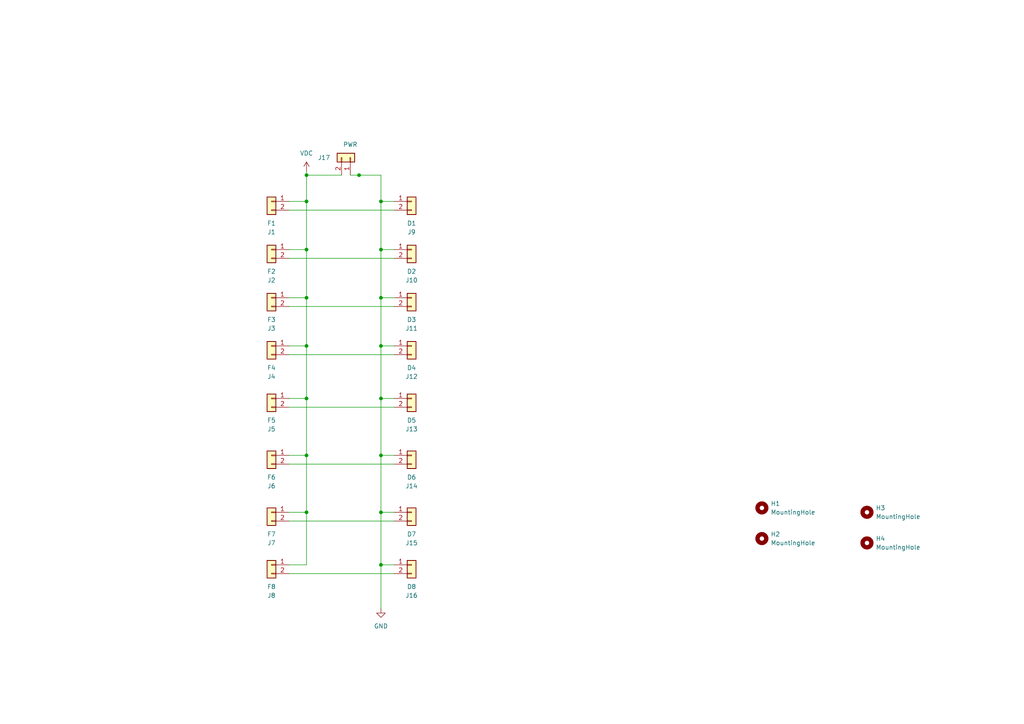
<source format=kicad_sch>
(kicad_sch (version 20230121) (generator eeschema)
  (paper "A4")
  (lib_symbols
    (symbol "Connector_Generic:Conn_01x02" (pin_names (offset 1.016) hide)
      (property "Reference" "J" (at 0 2.54 0))
      (property "Value" "Conn_01x02" (at 0 -5.08 0))
      (symbol "Conn_01x02_1_1"
        (rectangle (start -1.27 -2.413) (end 0 -2.667) (stroke (width 0.1524)))
        (rectangle (start -1.27 0.127) (end 0 -0.127) (stroke (width 0.1524)))
        (rectangle (start -1.27 1.27) (end 1.27 -3.81) (stroke (width 0.254)) (fill (type background)))
        (pin passive line (at -5.08 0 0) (length 3.81) (name "Pin_1") (number "1"))
        (pin passive line (at -5.08 -2.54 0) (length 3.81) (name "Pin_2") (number "2"))
      )
    )
    (symbol "Mechanical:MountingHole" (pin_names (offset 1.016))
      (property "Reference" "H" (at 0 5.08 0))
      (property "Value" "MountingHole" (at 0 3.175 0))
      (symbol "MountingHole_0_1"
        (circle (center 0 0) (radius 1.27) (stroke (width 1.27)))
      )
    )
    (symbol "power:GND" (power) (pin_names (offset 0))
      (property "Value" "GND" (at 0 -3.81 0))
      (symbol "GND_0_1"
        (polyline (pts (xy 0 0) (xy 0 -1.27) (xy 1.27 -1.27) (xy 0 -2.54) (xy -1.27 -1.27) (xy 0 -1.27)))
      )
      (symbol "GND_1_1"
        (pin power_in line (at 0 0 270) (length 0) hide (name "GND") (number "1"))
      )
    )
    (symbol "power:VDC" (power) (pin_names (offset 0))
      (property "Value" "VDC" (at 0 6.35 0))
      (symbol "VDC_0_1"
        (polyline (pts (xy -0.762 1.27) (xy 0 2.54)))
        (polyline (pts (xy 0 0) (xy 0 2.54)))
        (polyline (pts (xy 0 2.54) (xy 0.762 1.27)))
      )
      (symbol "VDC_1_1"
        (pin power_in line (at 0 0 90) (length 0) hide (name "VDC") (number "1"))
      )
    )
  )
  (junction (at 88.9 50.8))
  (junction (at 110.49 72.39))
  (junction (at 110.49 100.33))
  (junction (at 110.49 148.59))
  (junction (at 88.9 115.57))
  (junction (at 88.9 86.36))
  (junction (at 110.49 58.42))
  (junction (at 88.9 58.42))
  (junction (at 88.9 148.59))
  (junction (at 110.49 86.36))
  (junction (at 110.49 132.08))
  (junction (at 88.9 132.08))
  (junction (at 88.9 72.39))
  (junction (at 104.14 50.8))
  (junction (at 110.49 163.83))
  (junction (at 88.9 100.33))
  (junction (at 110.49 115.57))
  (wire (pts (xy 110.49 148.59) (xy 114.3 148.59)))
  (wire (pts (xy 110.49 58.42) (xy 110.49 72.39)))
  (wire (pts (xy 104.14 50.8) (xy 110.49 50.8)))
  (wire (pts (xy 110.49 163.83) (xy 114.3 163.83)))
  (wire (pts (xy 83.82 166.37) (xy 114.3 166.37)))
  (wire (pts (xy 110.49 86.36) (xy 110.49 100.33)))
  (wire (pts (xy 83.82 118.11) (xy 114.3 118.11)))
  (wire (pts (xy 88.9 72.39) (xy 88.9 86.36)))
  (wire (pts (xy 110.49 115.57) (xy 114.3 115.57)))
  (wire (pts (xy 83.82 148.59) (xy 88.9 148.59)))
  (wire (pts (xy 83.82 60.96) (xy 114.3 60.96)))
  (wire (pts (xy 101.6 50.8) (xy 104.14 50.8)))
  (wire (pts (xy 83.82 72.39) (xy 88.9 72.39)))
  (wire (pts (xy 110.49 100.33) (xy 114.3 100.33)))
  (wire (pts (xy 88.9 100.33) (xy 88.9 115.57)))
  (wire (pts (xy 83.82 88.9) (xy 114.3 88.9)))
  (wire (pts (xy 110.49 72.39) (xy 110.49 86.36)))
  (wire (pts (xy 88.9 50.8) (xy 99.06 50.8)))
  (wire (pts (xy 88.9 86.36) (xy 88.9 100.33)))
  (wire (pts (xy 110.49 72.39) (xy 114.3 72.39)))
  (wire (pts (xy 83.82 102.87) (xy 114.3 102.87)))
  (wire (pts (xy 110.49 86.36) (xy 114.3 86.36)))
  (wire (pts (xy 83.82 115.57) (xy 88.9 115.57)))
  (wire (pts (xy 83.82 100.33) (xy 88.9 100.33)))
  (wire (pts (xy 88.9 148.59) (xy 88.9 163.83)))
  (wire (pts (xy 83.82 132.08) (xy 88.9 132.08)))
  (wire (pts (xy 83.82 86.36) (xy 88.9 86.36)))
  (wire (pts (xy 110.49 50.8) (xy 110.49 58.42)))
  (wire (pts (xy 110.49 100.33) (xy 110.49 115.57)))
  (wire (pts (xy 83.82 151.13) (xy 114.3 151.13)))
  (wire (pts (xy 83.82 134.62) (xy 114.3 134.62)))
  (wire (pts (xy 83.82 58.42) (xy 88.9 58.42)))
  (wire (pts (xy 110.49 115.57) (xy 110.49 132.08)))
  (wire (pts (xy 110.49 132.08) (xy 114.3 132.08)))
  (wire (pts (xy 88.9 115.57) (xy 88.9 132.08)))
  (wire (pts (xy 88.9 132.08) (xy 88.9 148.59)))
  (wire (pts (xy 88.9 50.8) (xy 88.9 58.42)))
  (wire (pts (xy 110.49 58.42) (xy 114.3 58.42)))
  (wire (pts (xy 83.82 163.83) (xy 88.9 163.83)))
  (wire (pts (xy 110.49 132.08) (xy 110.49 148.59)))
  (wire (pts (xy 88.9 49.53) (xy 88.9 50.8)))
  (wire (pts (xy 83.82 74.93) (xy 114.3 74.93)))
  (wire (pts (xy 110.49 148.59) (xy 110.49 163.83)))
  (wire (pts (xy 88.9 58.42) (xy 88.9 72.39)))
  (wire (pts (xy 110.49 163.83) (xy 110.49 176.53)))
  (symbol (lib_id "Connector_Generic:Conn_01x02") (at 78.74 132.08 0) (mirror y) (unit 1)
    (property "Reference" "J6" (at 78.74 140.97 0))
    (property "Value" "F6" (at 78.74 138.43 0))
    (property "Footprint" "GSI_footprints:Wago-250-202" (effects hide))
  )
  (symbol (lib_id "Connector_Generic:Conn_01x02") (at 119.38 115.57 0) (unit 1)
    (property "Reference" "J13" (at 119.38 124.46 0))
    (property "Value" "D5" (at 119.38 121.92 0))
    (property "Footprint" "GSI_footprints:Wago-250-202" (effects hide))
  )
  (symbol (lib_id "Connector_Generic:Conn_01x02") (at 119.38 132.08 0) (unit 1)
    (property "Reference" "J14" (at 119.38 140.97 0))
    (property "Value" "D6" (at 119.38 138.43 0))
    (property "Footprint" "GSI_footprints:Wago-250-202" (effects hide))
  )
  (symbol (lib_id "Connector_Generic:Conn_01x02") (at 78.74 100.33 0) (mirror y) (unit 1)
    (property "Reference" "J4" (at 78.74 109.22 0))
    (property "Value" "F4" (at 78.74 106.68 0))
    (property "Footprint" "GSI_footprints:Wago-250-202" (effects hide))
  )
  (symbol (lib_id "Connector_Generic:Conn_01x02") (at 101.6 45.72 270) (mirror x) (unit 1)
    (property "Reference" "J17" (at 93.98 45.72 90))
    (property "Value" "PWR" (at 101.6 41.91 90))
    (property "Footprint" "GSI_footprints:Wago-250-502" (effects hide))
  )
  (symbol (lib_id "Connector_Generic:Conn_01x02") (at 119.38 163.83 0) (unit 1)
    (property "Reference" "J16" (at 119.38 172.72 0))
    (property "Value" "D8" (at 119.38 170.18 0))
    (property "Footprint" "GSI_footprints:Wago-250-202" (effects hide))
  )
  (symbol (lib_id "Connector_Generic:Conn_01x02") (at 78.74 72.39 0) (mirror y) (unit 1)
    (property "Reference" "J2" (at 78.74 81.28 0))
    (property "Value" "F2" (at 78.74 78.74 0))
    (property "Footprint" "GSI_footprints:Wago-250-202" (effects hide))
  )
  (symbol (lib_id "Connector_Generic:Conn_01x02") (at 78.74 163.83 0) (mirror y) (unit 1)
    (property "Reference" "J8" (at 78.74 172.72 0))
    (property "Value" "F8" (at 78.74 170.18 0))
    (property "Footprint" "GSI_footprints:Wago-250-202" (effects hide))
  )
  (symbol (lib_id "Connector_Generic:Conn_01x02") (at 119.38 72.39 0) (unit 1)
    (property "Reference" "J10" (at 119.38 81.28 0))
    (property "Value" "D2" (at 119.38 78.74 0))
    (property "Footprint" "GSI_footprints:Wago-250-202" (effects hide))
  )
  (symbol (lib_id "power:VDC") (at 88.9 49.53 0) (unit 1)
    (property "Reference" "#PWR02" (effects hide))
    (property "Value" "VDC" (at 88.9 44.45 0))
  )
  (symbol (lib_id "Mechanical:MountingHole") (at 220.98 156.21 0) (unit 1)
    (property "Reference" "H2" (at 223.52 154.94 0) (effects (justify left)))
    (property "Value" "MountingHole" (at 223.52 157.48 0) (effects (justify left)))
    (property "Footprint" "MountingHole:MountingHole_3.2mm_M3" (effects hide))
  )
  (symbol (lib_id "Mechanical:MountingHole") (at 251.46 157.48 0) (unit 1)
    (property "Reference" "H4" (at 254 156.21 0) (effects (justify left)))
    (property "Value" "MountingHole" (at 254 158.75 0) (effects (justify left)))
    (property "Footprint" "MountingHole:MountingHole_3.2mm_M3" (effects hide))
  )
  (symbol (lib_id "Connector_Generic:Conn_01x02") (at 78.74 86.36 0) (mirror y) (unit 1)
    (property "Reference" "J3" (at 78.74 95.25 0))
    (property "Value" "F3" (at 78.74 92.71 0))
    (property "Footprint" "GSI_footprints:Wago-250-202" (effects hide))
  )
  (symbol (lib_id "Connector_Generic:Conn_01x02") (at 119.38 58.42 0) (unit 1)
    (property "Reference" "J9" (at 119.38 67.31 0))
    (property "Value" "D1" (at 119.38 64.77 0))
    (property "Footprint" "GSI_footprints:Wago-250-202" (effects hide))
  )
  (symbol (lib_id "Mechanical:MountingHole") (at 251.46 148.59 0) (unit 1)
    (property "Reference" "H3" (at 254 147.32 0) (effects (justify left)))
    (property "Value" "MountingHole" (at 254 149.86 0) (effects (justify left)))
    (property "Footprint" "MountingHole:MountingHole_3.2mm_M3" (effects hide))
  )
  (symbol (lib_id "Mechanical:MountingHole") (at 220.98 147.32 0) (unit 1)
    (property "Reference" "H1" (at 223.52 146.05 0) (effects (justify left)))
    (property "Value" "MountingHole" (at 223.52 148.59 0) (effects (justify left)))
    (property "Footprint" "MountingHole:MountingHole_3.2mm_M3" (effects hide))
  )
  (symbol (lib_id "power:GND") (at 110.49 176.53 0) (unit 1)
    (property "Reference" "#PWR01" (effects hide))
    (property "Value" "GND" (at 110.49 181.61 0))
  )
  (symbol (lib_id "Connector_Generic:Conn_01x02") (at 78.74 148.59 0) (mirror y) (unit 1)
    (property "Reference" "J7" (at 78.74 157.48 0))
    (property "Value" "F7" (at 78.74 154.94 0))
    (property "Footprint" "GSI_footprints:Wago-250-202" (effects hide))
  )
  (symbol (lib_id "Connector_Generic:Conn_01x02") (at 119.38 86.36 0) (unit 1)
    (property "Reference" "J11" (at 119.38 95.25 0))
    (property "Value" "D3" (at 119.38 92.71 0))
    (property "Footprint" "GSI_footprints:Wago-250-202" (effects hide))
  )
  (symbol (lib_id "Connector_Generic:Conn_01x02") (at 119.38 148.59 0) (unit 1)
    (property "Reference" "J15" (at 119.38 157.48 0))
    (property "Value" "D7" (at 119.38 154.94 0))
    (property "Footprint" "GSI_footprints:Wago-250-202" (effects hide))
  )
  (symbol (lib_id "Connector_Generic:Conn_01x02") (at 78.74 115.57 0) (mirror y) (unit 1)
    (property "Reference" "J5" (at 78.74 124.46 0))
    (property "Value" "F5" (at 78.74 121.92 0))
    (property "Footprint" "GSI_footprints:Wago-250-202" (effects hide))
  )
  (symbol (lib_id "Connector_Generic:Conn_01x02") (at 119.38 100.33 0) (unit 1)
    (property "Reference" "J12" (at 119.38 109.22 0))
    (property "Value" "D4" (at 119.38 106.68 0))
    (property "Footprint" "GSI_footprints:Wago-250-202" (effects hide))
  )
  (symbol (lib_id "Connector_Generic:Conn_01x02") (at 78.74 58.42 0) (mirror y) (unit 1)
    (property "Reference" "J1" (at 78.74 67.31 0))
    (property "Value" "F1" (at 78.74 64.77 0))
    (property "Footprint" "GSI_footprints:Wago-250-202" (effects hide))
  )
)
</source>
